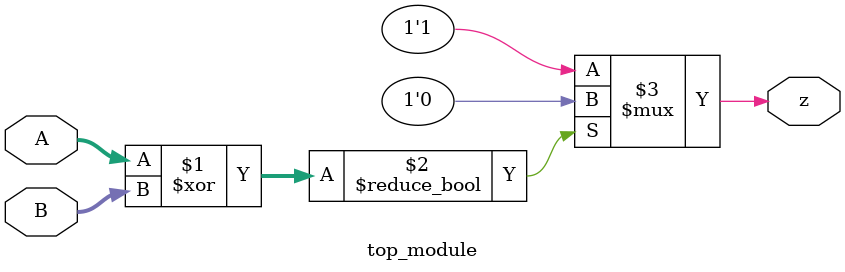
<source format=v>
module top_module ( input [1:0] A, input [1:0] B, output z ); 
    assign z = A^B?1'b0:1'b1;  
endmodule

</source>
